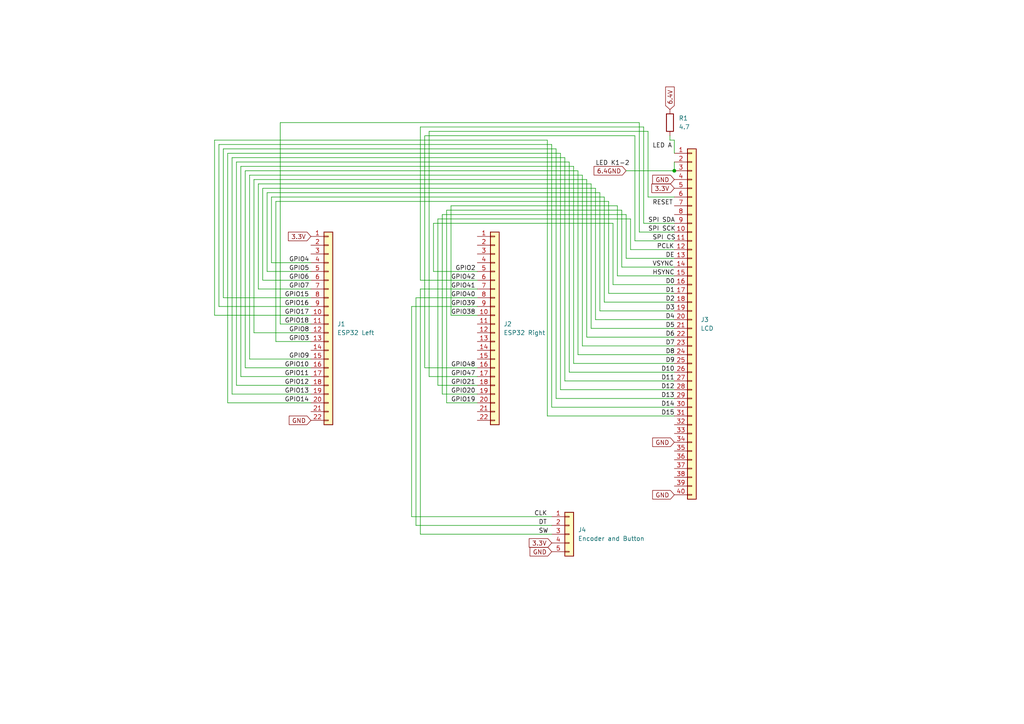
<source format=kicad_sch>
(kicad_sch (version 20231120) (generator "eeschema") (generator_version "8.0")
  (paper "A4")
  (title_block (title "Calendar Dial Breadboard Prototype"))
  (lib_symbols
    (symbol "Connector_Generic:Conn_01x05" (pin_names (offset 1.016) hide)
      (property "Reference" "J" (at 0 7.62 0))
      (property "Value" "Conn_01x05" (at 0 -7.62 0))
      (symbol "Conn_01x05_1_1"
        (rectangle (start -1.27 -4.953) (end 0 -5.207) (stroke (width 0.1524)))
        (rectangle (start -1.27 -2.413) (end 0 -2.667) (stroke (width 0.1524)))
        (rectangle (start -1.27 0.127) (end 0 -0.127) (stroke (width 0.1524)))
        (rectangle (start -1.27 2.667) (end 0 2.413) (stroke (width 0.1524)))
        (rectangle (start -1.27 5.207) (end 0 4.953) (stroke (width 0.1524)))
        (rectangle (start -1.27 6.35) (end 1.27 -6.35) (stroke (width 0.254)) (fill (type background)))
        (pin passive line (at -5.08 5.08 0) (length 3.81) (name "Pin_1") (number "1"))
        (pin passive line (at -5.08 2.54 0) (length 3.81) (name "Pin_2") (number "2"))
        (pin passive line (at -5.08 0 0) (length 3.81) (name "Pin_3") (number "3"))
        (pin passive line (at -5.08 -2.54 0) (length 3.81) (name "Pin_4") (number "4"))
        (pin passive line (at -5.08 -5.08 0) (length 3.81) (name "Pin_5") (number "5"))
      )
    )
    (symbol "Connector_Generic:Conn_01x22" (pin_names (offset 1.016) hide)
      (property "Reference" "J" (at 0 27.94 0))
      (property "Value" "Conn_01x22" (at 0 -30.48 0))
      (symbol "Conn_01x22_1_1"
        (rectangle (start -1.27 -27.813) (end 0 -28.067) (stroke (width 0.1524)))
        (rectangle (start -1.27 -25.273) (end 0 -25.527) (stroke (width 0.1524)))
        (rectangle (start -1.27 -22.733) (end 0 -22.987) (stroke (width 0.1524)))
        (rectangle (start -1.27 -20.193) (end 0 -20.447) (stroke (width 0.1524)))
        (rectangle (start -1.27 -17.653) (end 0 -17.907) (stroke (width 0.1524)))
        (rectangle (start -1.27 -15.113) (end 0 -15.367) (stroke (width 0.1524)))
        (rectangle (start -1.27 -12.573) (end 0 -12.827) (stroke (width 0.1524)))
        (rectangle (start -1.27 -10.033) (end 0 -10.287) (stroke (width 0.1524)))
        (rectangle (start -1.27 -7.493) (end 0 -7.747) (stroke (width 0.1524)))
        (rectangle (start -1.27 -4.953) (end 0 -5.207) (stroke (width 0.1524)))
        (rectangle (start -1.27 -2.413) (end 0 -2.667) (stroke (width 0.1524)))
        (rectangle (start -1.27 0.127) (end 0 -0.127) (stroke (width 0.1524)))
        (rectangle (start -1.27 2.667) (end 0 2.413) (stroke (width 0.1524)))
        (rectangle (start -1.27 5.207) (end 0 4.953) (stroke (width 0.1524)))
        (rectangle (start -1.27 7.747) (end 0 7.493) (stroke (width 0.1524)))
        (rectangle (start -1.27 10.287) (end 0 10.033) (stroke (width 0.1524)))
        (rectangle (start -1.27 12.827) (end 0 12.573) (stroke (width 0.1524)))
        (rectangle (start -1.27 15.367) (end 0 15.113) (stroke (width 0.1524)))
        (rectangle (start -1.27 17.907) (end 0 17.653) (stroke (width 0.1524)))
        (rectangle (start -1.27 20.447) (end 0 20.193) (stroke (width 0.1524)))
        (rectangle (start -1.27 22.987) (end 0 22.733) (stroke (width 0.1524)))
        (rectangle (start -1.27 25.527) (end 0 25.273) (stroke (width 0.1524)))
        (rectangle (start -1.27 26.67) (end 1.27 -29.21) (stroke (width 0.254)) (fill (type background)))
        (pin passive line (at -5.08 25.4 0) (length 3.81) (name "Pin_1") (number "1"))
        (pin passive line (at -5.08 2.54 0) (length 3.81) (name "Pin_10") (number "10"))
        (pin passive line (at -5.08 0 0) (length 3.81) (name "Pin_11") (number "11"))
        (pin passive line (at -5.08 -2.54 0) (length 3.81) (name "Pin_12") (number "12"))
        (pin passive line (at -5.08 -5.08 0) (length 3.81) (name "Pin_13") (number "13"))
        (pin passive line (at -5.08 -7.62 0) (length 3.81) (name "Pin_14") (number "14"))
        (pin passive line (at -5.08 -10.16 0) (length 3.81) (name "Pin_15") (number "15"))
        (pin passive line (at -5.08 -12.7 0) (length 3.81) (name "Pin_16") (number "16"))
        (pin passive line (at -5.08 -15.24 0) (length 3.81) (name "Pin_17") (number "17"))
        (pin passive line (at -5.08 -17.78 0) (length 3.81) (name "Pin_18") (number "18"))
        (pin passive line (at -5.08 -20.32 0) (length 3.81) (name "Pin_19") (number "19"))
        (pin passive line (at -5.08 22.86 0) (length 3.81) (name "Pin_2") (number "2"))
        (pin passive line (at -5.08 -22.86 0) (length 3.81) (name "Pin_20") (number "20"))
        (pin passive line (at -5.08 -25.4 0) (length 3.81) (name "Pin_21") (number "21"))
        (pin passive line (at -5.08 -27.94 0) (length 3.81) (name "Pin_22") (number "22"))
        (pin passive line (at -5.08 20.32 0) (length 3.81) (name "Pin_3") (number "3"))
        (pin passive line (at -5.08 17.78 0) (length 3.81) (name "Pin_4") (number "4"))
        (pin passive line (at -5.08 15.24 0) (length 3.81) (name "Pin_5") (number "5"))
        (pin passive line (at -5.08 12.7 0) (length 3.81) (name "Pin_6") (number "6"))
        (pin passive line (at -5.08 10.16 0) (length 3.81) (name "Pin_7") (number "7"))
        (pin passive line (at -5.08 7.62 0) (length 3.81) (name "Pin_8") (number "8"))
        (pin passive line (at -5.08 5.08 0) (length 3.81) (name "Pin_9") (number "9"))
      )
    )
    (symbol "Connector_Generic:Conn_01x40" (pin_names (offset 1.016) hide)
      (property "Reference" "J" (at 0 50.8 0))
      (property "Value" "Conn_01x40" (at 0 -53.34 0))
      (symbol "Conn_01x40_1_1"
        (rectangle (start -1.27 -50.673) (end 0 -50.927) (stroke (width 0.1524)))
        (rectangle (start -1.27 -48.133) (end 0 -48.387) (stroke (width 0.1524)))
        (rectangle (start -1.27 -45.593) (end 0 -45.847) (stroke (width 0.1524)))
        (rectangle (start -1.27 -43.053) (end 0 -43.307) (stroke (width 0.1524)))
        (rectangle (start -1.27 -40.513) (end 0 -40.767) (stroke (width 0.1524)))
        (rectangle (start -1.27 -37.973) (end 0 -38.227) (stroke (width 0.1524)))
        (rectangle (start -1.27 -35.433) (end 0 -35.687) (stroke (width 0.1524)))
        (rectangle (start -1.27 -32.893) (end 0 -33.147) (stroke (width 0.1524)))
        (rectangle (start -1.27 -30.353) (end 0 -30.607) (stroke (width 0.1524)))
        (rectangle (start -1.27 -27.813) (end 0 -28.067) (stroke (width 0.1524)))
        (rectangle (start -1.27 -25.273) (end 0 -25.527) (stroke (width 0.1524)))
        (rectangle (start -1.27 -22.733) (end 0 -22.987) (stroke (width 0.1524)))
        (rectangle (start -1.27 -20.193) (end 0 -20.447) (stroke (width 0.1524)))
        (rectangle (start -1.27 -17.653) (end 0 -17.907) (stroke (width 0.1524)))
        (rectangle (start -1.27 -15.113) (end 0 -15.367) (stroke (width 0.1524)))
        (rectangle (start -1.27 -12.573) (end 0 -12.827) (stroke (width 0.1524)))
        (rectangle (start -1.27 -10.033) (end 0 -10.287) (stroke (width 0.1524)))
        (rectangle (start -1.27 -7.493) (end 0 -7.747) (stroke (width 0.1524)))
        (rectangle (start -1.27 -4.953) (end 0 -5.207) (stroke (width 0.1524)))
        (rectangle (start -1.27 -2.413) (end 0 -2.667) (stroke (width 0.1524)))
        (rectangle (start -1.27 0.127) (end 0 -0.127) (stroke (width 0.1524)))
        (rectangle (start -1.27 2.667) (end 0 2.413) (stroke (width 0.1524)))
        (rectangle (start -1.27 5.207) (end 0 4.953) (stroke (width 0.1524)))
        (rectangle (start -1.27 7.747) (end 0 7.493) (stroke (width 0.1524)))
        (rectangle (start -1.27 10.287) (end 0 10.033) (stroke (width 0.1524)))
        (rectangle (start -1.27 12.827) (end 0 12.573) (stroke (width 0.1524)))
        (rectangle (start -1.27 15.367) (end 0 15.113) (stroke (width 0.1524)))
        (rectangle (start -1.27 17.907) (end 0 17.653) (stroke (width 0.1524)))
        (rectangle (start -1.27 20.447) (end 0 20.193) (stroke (width 0.1524)))
        (rectangle (start -1.27 22.987) (end 0 22.733) (stroke (width 0.1524)))
        (rectangle (start -1.27 25.527) (end 0 25.273) (stroke (width 0.1524)))
        (rectangle (start -1.27 28.067) (end 0 27.813) (stroke (width 0.1524)))
        (rectangle (start -1.27 30.607) (end 0 30.353) (stroke (width 0.1524)))
        (rectangle (start -1.27 33.147) (end 0 32.893) (stroke (width 0.1524)))
        (rectangle (start -1.27 35.687) (end 0 35.433) (stroke (width 0.1524)))
        (rectangle (start -1.27 38.227) (end 0 37.973) (stroke (width 0.1524)))
        (rectangle (start -1.27 40.767) (end 0 40.513) (stroke (width 0.1524)))
        (rectangle (start -1.27 43.307) (end 0 43.053) (stroke (width 0.1524)))
        (rectangle (start -1.27 45.847) (end 0 45.593) (stroke (width 0.1524)))
        (rectangle (start -1.27 48.387) (end 0 48.133) (stroke (width 0.1524)))
        (rectangle (start -1.27 49.53) (end 1.27 -52.07) (stroke (width 0.254)) (fill (type background)))
        (pin passive line (at -5.08 48.26 0) (length 3.81) (name "Pin_1") (number "1"))
        (pin passive line (at -5.08 25.4 0) (length 3.81) (name "Pin_10") (number "10"))
        (pin passive line (at -5.08 22.86 0) (length 3.81) (name "Pin_11") (number "11"))
        (pin passive line (at -5.08 20.32 0) (length 3.81) (name "Pin_12") (number "12"))
        (pin passive line (at -5.08 17.78 0) (length 3.81) (name "Pin_13") (number "13"))
        (pin passive line (at -5.08 15.24 0) (length 3.81) (name "Pin_14") (number "14"))
        (pin passive line (at -5.08 12.7 0) (length 3.81) (name "Pin_15") (number "15"))
        (pin passive line (at -5.08 10.16 0) (length 3.81) (name "Pin_16") (number "16"))
        (pin passive line (at -5.08 7.62 0) (length 3.81) (name "Pin_17") (number "17"))
        (pin passive line (at -5.08 5.08 0) (length 3.81) (name "Pin_18") (number "18"))
        (pin passive line (at -5.08 2.54 0) (length 3.81) (name "Pin_19") (number "19"))
        (pin passive line (at -5.08 45.72 0) (length 3.81) (name "Pin_2") (number "2"))
        (pin passive line (at -5.08 0 0) (length 3.81) (name "Pin_20") (number "20"))
        (pin passive line (at -5.08 -2.54 0) (length 3.81) (name "Pin_21") (number "21"))
        (pin passive line (at -5.08 -5.08 0) (length 3.81) (name "Pin_22") (number "22"))
        (pin passive line (at -5.08 -7.62 0) (length 3.81) (name "Pin_23") (number "23"))
        (pin passive line (at -5.08 -10.16 0) (length 3.81) (name "Pin_24") (number "24"))
        (pin passive line (at -5.08 -12.7 0) (length 3.81) (name "Pin_25") (number "25"))
        (pin passive line (at -5.08 -15.24 0) (length 3.81) (name "Pin_26") (number "26"))
        (pin passive line (at -5.08 -17.78 0) (length 3.81) (name "Pin_27") (number "27"))
        (pin passive line (at -5.08 -20.32 0) (length 3.81) (name "Pin_28") (number "28"))
        (pin passive line (at -5.08 -22.86 0) (length 3.81) (name "Pin_29") (number "29"))
        (pin passive line (at -5.08 43.18 0) (length 3.81) (name "Pin_3") (number "3"))
        (pin passive line (at -5.08 -25.4 0) (length 3.81) (name "Pin_30") (number "30"))
        (pin passive line (at -5.08 -27.94 0) (length 3.81) (name "Pin_31") (number "31"))
        (pin passive line (at -5.08 -30.48 0) (length 3.81) (name "Pin_32") (number "32"))
        (pin passive line (at -5.08 -33.02 0) (length 3.81) (name "Pin_33") (number "33"))
        (pin passive line (at -5.08 -35.56 0) (length 3.81) (name "Pin_34") (number "34"))
        (pin passive line (at -5.08 -38.1 0) (length 3.81) (name "Pin_35") (number "35"))
        (pin passive line (at -5.08 -40.64 0) (length 3.81) (name "Pin_36") (number "36"))
        (pin passive line (at -5.08 -43.18 0) (length 3.81) (name "Pin_37") (number "37"))
        (pin passive line (at -5.08 -45.72 0) (length 3.81) (name "Pin_38") (number "38"))
        (pin passive line (at -5.08 -48.26 0) (length 3.81) (name "Pin_39") (number "39"))
        (pin passive line (at -5.08 40.64 0) (length 3.81) (name "Pin_4") (number "4"))
        (pin passive line (at -5.08 -50.8 0) (length 3.81) (name "Pin_40") (number "40"))
        (pin passive line (at -5.08 38.1 0) (length 3.81) (name "Pin_5") (number "5"))
        (pin passive line (at -5.08 35.56 0) (length 3.81) (name "Pin_6") (number "6"))
        (pin passive line (at -5.08 33.02 0) (length 3.81) (name "Pin_7") (number "7"))
        (pin passive line (at -5.08 30.48 0) (length 3.81) (name "Pin_8") (number "8"))
        (pin passive line (at -5.08 27.94 0) (length 3.81) (name "Pin_9") (number "9"))
      )
    )
    (symbol "Device:R" (pin_numbers hide) (pin_names (offset 0))
      (property "Reference" "R" (at 2.032 0 90))
      (property "Value" "R" (at 0 0 90))
      (symbol "R_0_1"
        (rectangle (start -1.016 -2.54) (end 1.016 2.54) (stroke (width 0.254)))
      )
      (symbol "R_1_1"
        (pin passive line (at 0 3.81 270) (length 1.27) (name "~") (number "1"))
        (pin passive line (at 0 -3.81 90) (length 1.27) (name "~") (number "2"))
      )
    )
  )
  (junction (at 195.58 49.53))
  (wire (pts (xy 81.28 35.56) (xy 185.42 35.56)))
  (wire (pts (xy 129.54 60.96) (xy 180.34 60.96)))
  (wire (pts (xy 74.93 83.82) (xy 90.17 83.82)))
  (wire (pts (xy 77.47 78.74) (xy 77.47 55.88)))
  (wire (pts (xy 173.99 90.17) (xy 195.58 90.17)))
  (wire (pts (xy 138.43 116.84) (xy 129.54 116.84)))
  (wire (pts (xy 130.81 59.69) (xy 179.07 59.69)))
  (wire (pts (xy 138.43 88.9) (xy 119.38 88.9)))
  (wire (pts (xy 158.75 40.64) (xy 158.75 120.65)))
  (wire (pts (xy 195.58 46.99) (xy 195.58 49.53)))
  (wire (pts (xy 180.34 77.47) (xy 195.58 77.47)))
  (wire (pts (xy 63.5 41.91) (xy 160.02 41.91)))
  (wire (pts (xy 62.23 40.64) (xy 158.75 40.64)))
  (wire (pts (xy 119.38 149.86) (xy 160.02 149.86)))
  (wire (pts (xy 158.75 120.65) (xy 195.58 120.65)))
  (wire (pts (xy 138.43 86.36) (xy 120.65 86.36)))
  (wire (pts (xy 180.34 60.96) (xy 180.34 77.47)))
  (wire (pts (xy 74.93 53.34) (xy 74.93 83.82)))
  (wire (pts (xy 187.96 57.15) (xy 195.58 57.15)))
  (wire (pts (xy 138.43 78.74) (xy 125.73 78.74)))
  (wire (pts (xy 160.02 118.11) (xy 195.58 118.11)))
  (wire (pts (xy 165.1 107.95) (xy 195.58 107.95)))
  (wire (pts (xy 162.56 44.45) (xy 162.56 113.03)))
  (wire (pts (xy 120.65 152.4) (xy 160.02 152.4)))
  (wire (pts (xy 166.37 48.26) (xy 166.37 105.41)))
  (wire (pts (xy 77.47 55.88) (xy 173.99 55.88)))
  (wire (pts (xy 130.81 59.69) (xy 130.81 91.44)))
  (wire (pts (xy 90.17 81.28) (xy 76.2 81.28)))
  (wire (pts (xy 76.2 54.61) (xy 172.72 54.61)))
  (wire (pts (xy 67.31 45.72) (xy 163.83 45.72)))
  (wire (pts (xy 73.66 96.52) (xy 90.17 96.52)))
  (wire (pts (xy 172.72 54.61) (xy 172.72 92.71)))
  (wire (pts (xy 124.46 109.22) (xy 124.46 38.1)))
  (wire (pts (xy 73.66 52.07) (xy 170.18 52.07)))
  (wire (pts (xy 62.23 91.44) (xy 62.23 40.64)))
  (wire (pts (xy 127 111.76) (xy 127 63.5)))
  (wire (pts (xy 80.01 58.42) (xy 176.53 58.42)))
  (wire (pts (xy 179.07 59.69) (xy 179.07 80.01)))
  (wire (pts (xy 121.92 83.82) (xy 121.92 154.94)))
  (wire (pts (xy 194.31 40.64) (xy 195.58 40.64)))
  (wire (pts (xy 128.27 62.23) (xy 181.61 62.23)))
  (wire (pts (xy 71.12 106.68) (xy 71.12 49.53)))
  (wire (pts (xy 128.27 114.3) (xy 128.27 62.23)))
  (wire (pts (xy 163.83 110.49) (xy 195.58 110.49)))
  (wire (pts (xy 166.37 105.41) (xy 195.58 105.41)))
  (wire (pts (xy 187.96 38.1) (xy 187.96 57.15)))
  (wire (pts (xy 182.88 72.39) (xy 195.58 72.39)))
  (wire (pts (xy 123.19 39.37) (xy 184.15 39.37)))
  (wire (pts (xy 71.12 49.53) (xy 167.64 49.53)))
  (wire (pts (xy 172.72 92.71) (xy 195.58 92.71)))
  (wire (pts (xy 179.07 80.01) (xy 195.58 80.01)))
  (wire (pts (xy 78.74 76.2) (xy 78.74 57.15)))
  (wire (pts (xy 81.28 93.98) (xy 81.28 35.56)))
  (wire (pts (xy 125.73 78.74) (xy 125.73 64.77)))
  (wire (pts (xy 68.58 111.76) (xy 68.58 46.99)))
  (wire (pts (xy 73.66 96.52) (xy 73.66 52.07)))
  (wire (pts (xy 72.39 50.8) (xy 168.91 50.8)))
  (wire (pts (xy 78.74 57.15) (xy 175.26 57.15)))
  (wire (pts (xy 80.01 99.06) (xy 80.01 58.42)))
  (wire (pts (xy 69.85 109.22) (xy 69.85 48.26)))
  (wire (pts (xy 194.31 39.37) (xy 194.31 40.64)))
  (wire (pts (xy 176.53 85.09) (xy 195.58 85.09)))
  (wire (pts (xy 171.45 53.34) (xy 74.93 53.34)))
  (wire (pts (xy 160.02 41.91) (xy 160.02 118.11)))
  (wire (pts (xy 68.58 46.99) (xy 165.1 46.99)))
  (wire (pts (xy 90.17 109.22) (xy 69.85 109.22)))
  (wire (pts (xy 184.15 69.85) (xy 195.58 69.85)))
  (wire (pts (xy 195.58 95.25) (xy 171.45 95.25)))
  (wire (pts (xy 161.29 43.18) (xy 161.29 115.57)))
  (wire (pts (xy 186.69 36.83) (xy 186.69 64.77)))
  (wire (pts (xy 162.56 113.03) (xy 195.58 113.03)))
  (wire (pts (xy 90.17 104.14) (xy 72.39 104.14)))
  (wire (pts (xy 138.43 106.68) (xy 123.19 106.68)))
  (wire (pts (xy 90.17 111.76) (xy 68.58 111.76)))
  (wire (pts (xy 176.53 58.42) (xy 176.53 85.09)))
  (wire (pts (xy 185.42 67.31) (xy 195.58 67.31)))
  (wire (pts (xy 138.43 111.76) (xy 127 111.76)))
  (wire (pts (xy 121.92 36.83) (xy 186.69 36.83)))
  (wire (pts (xy 129.54 116.84) (xy 129.54 60.96)))
  (wire (pts (xy 121.92 154.94) (xy 160.02 154.94)))
  (wire (pts (xy 175.26 57.15) (xy 175.26 87.63)))
  (wire (pts (xy 168.91 100.33) (xy 195.58 100.33)))
  (wire (pts (xy 175.26 87.63) (xy 195.58 87.63)))
  (wire (pts (xy 165.1 46.99) (xy 165.1 107.95)))
  (wire (pts (xy 170.18 52.07) (xy 170.18 97.79)))
  (wire (pts (xy 125.73 64.77) (xy 177.8 64.77)))
  (wire (pts (xy 138.43 109.22) (xy 124.46 109.22)))
  (wire (pts (xy 182.88 63.5) (xy 182.88 72.39)))
  (wire (pts (xy 138.43 83.82) (xy 121.92 83.82)))
  (wire (pts (xy 71.12 106.68) (xy 90.17 106.68)))
  (wire (pts (xy 124.46 38.1) (xy 187.96 38.1)))
  (wire (pts (xy 195.58 40.64) (xy 195.58 44.45)))
  (wire (pts (xy 90.17 99.06) (xy 80.01 99.06)))
  (wire (pts (xy 181.61 62.23) (xy 181.61 74.93)))
  (wire (pts (xy 181.61 49.53) (xy 195.58 49.53)))
  (wire (pts (xy 72.39 104.14) (xy 72.39 50.8)))
  (wire (pts (xy 186.69 64.77) (xy 195.58 64.77)))
  (wire (pts (xy 121.92 81.28) (xy 138.43 81.28)))
  (wire (pts (xy 90.17 91.44) (xy 62.23 91.44)))
  (wire (pts (xy 81.28 93.98) (xy 90.17 93.98)))
  (wire (pts (xy 177.8 82.55) (xy 195.58 82.55)))
  (wire (pts (xy 64.77 86.36) (xy 64.77 43.18)))
  (wire (pts (xy 63.5 88.9) (xy 63.5 41.91)))
  (wire (pts (xy 90.17 116.84) (xy 66.04 116.84)))
  (wire (pts (xy 185.42 35.56) (xy 185.42 67.31)))
  (wire (pts (xy 184.15 39.37) (xy 184.15 69.85)))
  (wire (pts (xy 123.19 106.68) (xy 123.19 39.37)))
  (wire (pts (xy 90.17 76.2) (xy 78.74 76.2)))
  (wire (pts (xy 167.64 102.87) (xy 195.58 102.87)))
  (wire (pts (xy 90.17 114.3) (xy 67.31 114.3)))
  (wire (pts (xy 119.38 88.9) (xy 119.38 149.86)))
  (wire (pts (xy 181.61 74.93) (xy 195.58 74.93)))
  (wire (pts (xy 138.43 114.3) (xy 128.27 114.3)))
  (wire (pts (xy 177.8 64.77) (xy 177.8 82.55)))
  (wire (pts (xy 76.2 81.28) (xy 76.2 54.61)))
  (wire (pts (xy 120.65 86.36) (xy 120.65 152.4)))
  (wire (pts (xy 66.04 116.84) (xy 66.04 44.45)))
  (wire (pts (xy 121.92 81.28) (xy 121.92 36.83)))
  (wire (pts (xy 171.45 95.25) (xy 171.45 53.34)))
  (wire (pts (xy 66.04 44.45) (xy 162.56 44.45)))
  (wire (pts (xy 138.43 91.44) (xy 130.81 91.44)))
  (wire (pts (xy 168.91 50.8) (xy 168.91 100.33)))
  (wire (pts (xy 173.99 55.88) (xy 173.99 90.17)))
  (wire (pts (xy 90.17 88.9) (xy 63.5 88.9)))
  (wire (pts (xy 69.85 48.26) (xy 166.37 48.26)))
  (wire (pts (xy 90.17 78.74) (xy 77.47 78.74)))
  (wire (pts (xy 64.77 43.18) (xy 161.29 43.18)))
  (wire (pts (xy 170.18 97.79) (xy 195.58 97.79)))
  (wire (pts (xy 161.29 115.57) (xy 195.58 115.57)))
  (wire (pts (xy 167.64 49.53) (xy 167.64 102.87)))
  (wire (pts (xy 163.83 45.72) (xy 163.83 110.49)))
  (wire (pts (xy 90.17 86.36) (xy 64.77 86.36)))
  (wire (pts (xy 67.31 114.3) (xy 67.31 45.72)))
  (wire (pts (xy 127 63.5) (xy 182.88 63.5)))
  (label "D2" (at 193.04 87.63 0))
  (label "D9" (at 193.04 105.41 0))
  (label "CLK" (at 154.94 149.86 0))
  (label "D15" (at 191.77 120.65 0))
  (label "GPIO16" (at 82.55 88.9 0))
  (label "GPIO12" (at 82.55 111.76 0))
  (label "GPIO48" (at 130.81 106.68 0))
  (label "GPIO6" (at 83.82 81.28 0))
  (label "PCLK" (at 190.5 72.39 0))
  (label "VSYNC" (at 189.23 77.47 0))
  (label "LED A" (at 189.23 43.18 0))
  (label "SPI SDA" (at 187.96 64.77 0))
  (label "D0" (at 193.04 82.55 0))
  (label "GPIO18" (at 82.55 93.98 0))
  (label "GPIO7" (at 83.82 83.82 0))
  (label "RESET" (at 189.23 59.69 0))
  (label "GPIO39" (at 130.81 88.9 0))
  (label "GPIO40" (at 130.81 86.36 0))
  (label "D8" (at 193.04 102.87 0))
  (label "GPIO4" (at 83.82 76.2 0))
  (label "GPIO13" (at 82.55 114.3 0))
  (label "GPIO9" (at 83.82 104.14 0))
  (label "DE" (at 193.04 74.93 0))
  (label "SPI SCK" (at 187.96 67.31 0))
  (label "SW" (at 156.21 154.94 0))
  (label "D6" (at 193.04 97.79 0))
  (label "GPIO14" (at 82.55 116.84 0))
  (label "D5" (at 193.04 95.25 0))
  (label "GPIO47" (at 130.81 109.22 0))
  (label "SPI CS" (at 189.23 69.85 0))
  (label "GPIO8" (at 83.82 96.52 0))
  (label "GPIO5" (at 83.82 78.74 0))
  (label "GPIO20" (at 130.81 114.3 0))
  (label "D14" (at 191.77 118.11 0))
  (label "D1" (at 193.04 85.09 0))
  (label "GPIO10" (at 82.55 106.68 0))
  (label "D7" (at 193.04 100.33 0))
  (label "GPIO21" (at 130.81 111.76 0))
  (label "GPIO19" (at 130.81 116.84 0))
  (label "D13" (at 191.77 115.57 0))
  (label "GPIO42" (at 130.81 81.28 0))
  (label "GPIO11" (at 82.55 109.22 0))
  (label "GPIO2" (at 132.08 78.74 0))
  (label "GPIO17" (at 82.55 91.44 0))
  (label "D11" (at 191.77 110.49 0))
  (label "HSYNC" (at 189.23 80.01 0))
  (label "D12" (at 191.77 113.03 0))
  (label "GPIO15" (at 82.55 86.36 0))
  (label "GPIO3" (at 83.82 99.06 0))
  (label "GPIO41" (at 130.81 83.82 0))
  (label "D4" (at 193.04 92.71 0))
  (label "D3" (at 193.04 90.17 0))
  (label "D10" (at 191.77 107.95 0))
  (label "DT" (at 156.21 152.4 0))
  (label "GPIO38" (at 130.81 91.44 0))
  (label "LED K1-2" (at 172.72 48.26 0))
  (global_label "6.4GND" (shape input) (at 181.61 49.53 180) (property "Intersheetrefs" "${INTERSHEET_REFS}" (effects (hide yes))))
  (global_label "GND" (shape input) (at 195.58 128.27 180) (property "Intersheetrefs" "${INTERSHEET_REFS}" (effects (hide yes))))
  (global_label "3.3V" (shape input) (at 160.02 157.48 180) (property "Intersheetrefs" "${INTERSHEET_REFS}" (effects (hide yes))))
  (global_label "3.3V" (shape input) (at 90.17 68.58 180) (property "Intersheetrefs" "${INTERSHEET_REFS}" (effects (hide yes))))
  (global_label "6.4V" (shape input) (at 194.31 31.75 90) (property "Intersheetrefs" "${INTERSHEET_REFS}" (effects (hide yes))))
  (global_label "GND" (shape input) (at 195.58 143.51 180) (property "Intersheetrefs" "${INTERSHEET_REFS}" (effects (hide yes))))
  (global_label "3.3V" (shape input) (at 195.58 54.61 180) (property "Intersheetrefs" "${INTERSHEET_REFS}" (effects (hide yes))))
  (global_label "GND" (shape input) (at 160.02 160.02 180) (property "Intersheetrefs" "${INTERSHEET_REFS}" (effects (hide yes))))
  (global_label "GND" (shape input) (at 195.58 52.07 180) (property "Intersheetrefs" "${INTERSHEET_REFS}" (effects (hide yes))))
  (global_label "GND" (shape input) (at 90.17 121.92 180) (property "Intersheetrefs" "${INTERSHEET_REFS}" (effects (hide yes))))
  (symbol (lib_id "Connector_Generic:Conn_01x40") (at 200.66 92.71 0) (unit 1)
    (property "Reference" "J3" (at 203.2 92.7099 0) (effects (justify left)))
    (property "Value" "LCD" (at 203.2 95.2499 0) (effects (justify left)))
    (property "Description" "Generic connector, single row, 01x40, script generated (kicad-library-utils/schlib/autogen/connector/)" (effects (hide yes)))
  )
  (symbol (lib_id "Connector_Generic:Conn_01x22") (at 95.25 93.98 0) (unit 1)
    (property "Reference" "J1" (at 97.79 93.9799 0) (effects (justify left)))
    (property "Value" "ESP32 Left" (at 97.79 96.5199 0) (effects (justify left)))
    (property "Footprint" "Connector_PinHeader_1.00mm:PinHeader_1x22_P1.00mm_Vertical" (effects (hide yes)))
    (property "Description" "Generic connector, single row, 01x22, script generated (kicad-library-utils/schlib/autogen/connector/)" (effects (hide yes)))
  )
  (symbol (lib_id "Connector_Generic:Conn_01x05") (at 165.1 154.94 0) (unit 1)
    (property "Reference" "J4" (at 167.64 153.6699 0) (effects (justify left)))
    (property "Value" "Encoder and Button" (at 167.64 156.2099 0) (effects (justify left)))
    (property "Description" "Generic connector, single row, 01x05, script generated (kicad-library-utils/schlib/autogen/connector/)" (effects (hide yes)))
  )
  (symbol (lib_id "Device:R") (at 194.31 35.56 0) (unit 1)
    (property "Reference" "R1" (at 196.85 34.2899 0) (effects (justify left)))
    (property "Value" "4.7" (at 196.85 36.8299 0) (effects (justify left)))
    (property "Description" "Resistor" (effects (hide yes)))
  )
  (symbol (lib_id "Connector_Generic:Conn_01x22") (at 143.51 93.98 0) (unit 1)
    (property "Reference" "J2" (at 146.05 93.9799 0) (effects (justify left)))
    (property "Value" "ESP32 Right" (at 146.05 96.5199 0) (effects (justify left)))
    (property "Footprint" "Connector_PinHeader_1.00mm:PinHeader_1x22_P1.00mm_Vertical" (effects (hide yes)))
    (property "Description" "Generic connector, single row, 01x22, script generated (kicad-library-utils/schlib/autogen/connector/)" (effects (hide yes)))
  )
)
</source>
